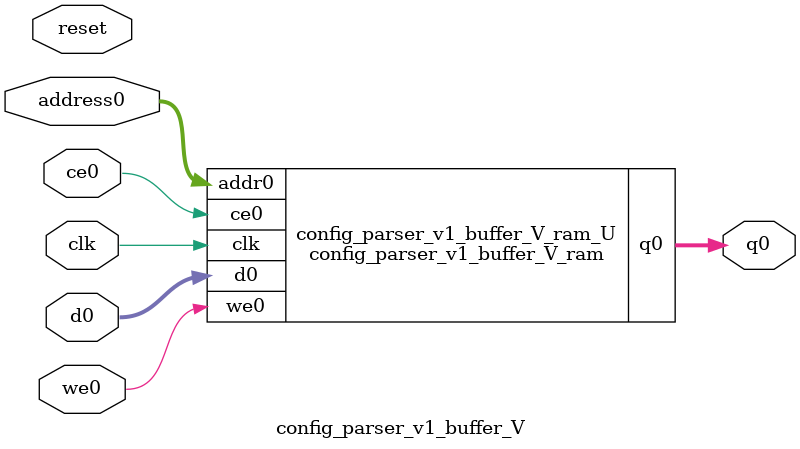
<source format=v>
`timescale 1 ns / 1 ps
module config_parser_v1_buffer_V_ram (addr0, ce0, d0, we0, q0,  clk);

parameter DWIDTH = 64;
parameter AWIDTH = 8;
parameter MEM_SIZE = 256;

input[AWIDTH-1:0] addr0;
input ce0;
input[DWIDTH-1:0] d0;
input we0;
output reg[DWIDTH-1:0] q0;
input clk;

reg [DWIDTH-1:0] ram[0:MEM_SIZE-1];




always @(posedge clk)  
begin 
    if (ce0) begin
        if (we0) 
            ram[addr0] <= d0; 
        q0 <= ram[addr0];
    end
end


endmodule

`timescale 1 ns / 1 ps
module config_parser_v1_buffer_V(
    reset,
    clk,
    address0,
    ce0,
    we0,
    d0,
    q0);

parameter DataWidth = 32'd64;
parameter AddressRange = 32'd256;
parameter AddressWidth = 32'd8;
input reset;
input clk;
input[AddressWidth - 1:0] address0;
input ce0;
input we0;
input[DataWidth - 1:0] d0;
output[DataWidth - 1:0] q0;



config_parser_v1_buffer_V_ram config_parser_v1_buffer_V_ram_U(
    .clk( clk ),
    .addr0( address0 ),
    .ce0( ce0 ),
    .we0( we0 ),
    .d0( d0 ),
    .q0( q0 ));

endmodule


</source>
